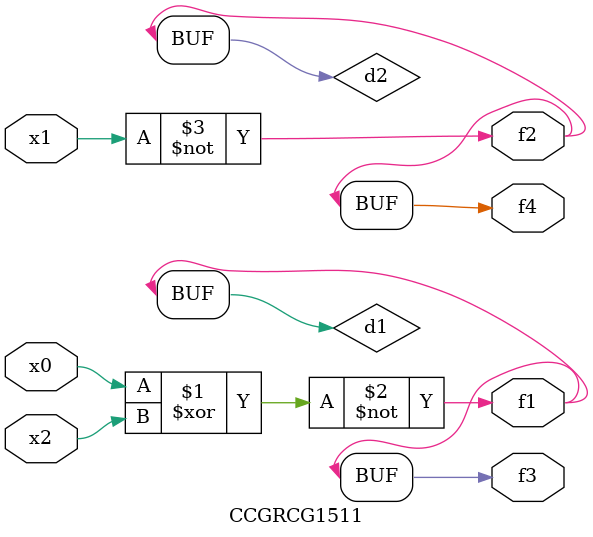
<source format=v>
module CCGRCG1511(
	input x0, x1, x2,
	output f1, f2, f3, f4
);

	wire d1, d2, d3;

	xnor (d1, x0, x2);
	nand (d2, x1);
	nor (d3, x1, x2);
	assign f1 = d1;
	assign f2 = d2;
	assign f3 = d1;
	assign f4 = d2;
endmodule

</source>
